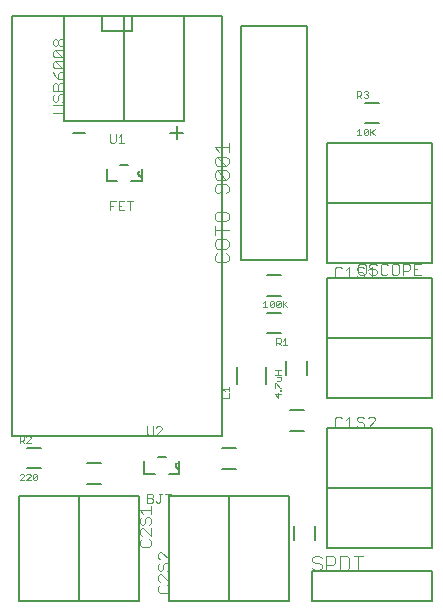
<source format=gto>
G75*
%MOIN*%
%OFA0B0*%
%FSLAX25Y25*%
%IPPOS*%
%LPD*%
%AMOC8*
5,1,8,0,0,1.08239X$1,22.5*
%
%ADD10C,0.00600*%
%ADD11C,0.00500*%
%ADD12C,0.00300*%
%ADD13C,0.00400*%
%ADD14C,0.00200*%
%ADD15C,0.00800*%
D10*
X0033600Y0042500D02*
X0038400Y0042500D01*
X0038400Y0049500D02*
X0033600Y0049500D01*
X0018300Y0047600D02*
X0013700Y0047600D01*
X0013700Y0054400D02*
X0018300Y0054400D01*
X0052600Y0049900D02*
X0052600Y0045700D01*
X0056100Y0045700D01*
X0060900Y0045700D02*
X0064400Y0045700D01*
X0064400Y0047300D01*
X0064400Y0049900D01*
X0063500Y0049299D02*
X0063458Y0049246D01*
X0063419Y0049190D01*
X0063383Y0049132D01*
X0063351Y0049072D01*
X0063322Y0049011D01*
X0063296Y0048948D01*
X0063274Y0048883D01*
X0063255Y0048818D01*
X0063240Y0048751D01*
X0063229Y0048684D01*
X0063222Y0048616D01*
X0063218Y0048548D01*
X0063219Y0048480D01*
X0063223Y0048412D01*
X0063231Y0048344D01*
X0063242Y0048277D01*
X0063258Y0048211D01*
X0063277Y0048145D01*
X0063299Y0048081D01*
X0063325Y0048018D01*
X0063355Y0047957D01*
X0063388Y0047897D01*
X0063425Y0047840D01*
X0063464Y0047784D01*
X0063507Y0047731D01*
X0063552Y0047680D01*
X0063600Y0047632D01*
X0063651Y0047587D01*
X0063704Y0047544D01*
X0063760Y0047505D01*
X0063817Y0047469D01*
X0063877Y0047436D01*
X0063938Y0047406D01*
X0064001Y0047380D01*
X0064066Y0047357D01*
X0064131Y0047338D01*
X0064197Y0047323D01*
X0064265Y0047311D01*
X0064332Y0047304D01*
X0064400Y0047300D01*
X0059900Y0051300D02*
X0057100Y0051300D01*
X0078600Y0054500D02*
X0083400Y0054500D01*
X0083400Y0047500D02*
X0078600Y0047500D01*
X0083600Y0075700D02*
X0083600Y0081300D01*
X0093400Y0081300D02*
X0093400Y0075700D01*
X0100000Y0078600D02*
X0100000Y0083400D01*
X0098300Y0092600D02*
X0093700Y0092600D01*
X0093700Y0099400D02*
X0098300Y0099400D01*
X0098400Y0105000D02*
X0093600Y0105000D01*
X0093600Y0112000D02*
X0098400Y0112000D01*
X0107000Y0083400D02*
X0107000Y0078600D01*
X0105900Y0067000D02*
X0101100Y0067000D01*
X0101100Y0060000D02*
X0105900Y0060000D01*
X0102500Y0028400D02*
X0102500Y0023600D01*
X0109500Y0023600D02*
X0109500Y0028400D01*
X0051900Y0143200D02*
X0048400Y0143200D01*
X0051900Y0143200D02*
X0051900Y0144800D01*
X0051900Y0147400D01*
X0051000Y0146799D02*
X0050958Y0146746D01*
X0050919Y0146690D01*
X0050883Y0146632D01*
X0050851Y0146572D01*
X0050822Y0146511D01*
X0050796Y0146448D01*
X0050774Y0146383D01*
X0050755Y0146318D01*
X0050740Y0146251D01*
X0050729Y0146184D01*
X0050722Y0146116D01*
X0050718Y0146048D01*
X0050719Y0145980D01*
X0050723Y0145912D01*
X0050731Y0145844D01*
X0050742Y0145777D01*
X0050758Y0145711D01*
X0050777Y0145645D01*
X0050799Y0145581D01*
X0050825Y0145518D01*
X0050855Y0145457D01*
X0050888Y0145397D01*
X0050925Y0145340D01*
X0050964Y0145284D01*
X0051007Y0145231D01*
X0051052Y0145180D01*
X0051100Y0145132D01*
X0051151Y0145087D01*
X0051204Y0145044D01*
X0051260Y0145005D01*
X0051317Y0144969D01*
X0051377Y0144936D01*
X0051438Y0144906D01*
X0051501Y0144880D01*
X0051566Y0144857D01*
X0051631Y0144838D01*
X0051697Y0144823D01*
X0051765Y0144811D01*
X0051832Y0144804D01*
X0051900Y0144800D01*
X0047400Y0148800D02*
X0044600Y0148800D01*
X0040100Y0147400D02*
X0040100Y0143200D01*
X0043600Y0143200D01*
X0033070Y0159503D02*
X0028800Y0159503D01*
X0061300Y0159503D02*
X0065570Y0159503D01*
X0063435Y0161638D02*
X0063435Y0157368D01*
X0126200Y0162600D02*
X0130800Y0162600D01*
X0130800Y0169400D02*
X0126200Y0169400D01*
D11*
X0031000Y0003500D02*
X0011000Y0003500D01*
X0011000Y0038500D01*
X0031000Y0038500D01*
X0031000Y0003500D01*
X0051000Y0003500D01*
X0051000Y0038500D01*
X0031000Y0038500D01*
X0061000Y0038500D02*
X0061000Y0003500D01*
X0081000Y0003500D01*
X0081000Y0038500D01*
X0061000Y0038500D01*
X0081000Y0038500D02*
X0101000Y0038500D01*
X0101000Y0003500D01*
X0081000Y0003500D01*
X0108500Y0003500D02*
X0148500Y0003500D01*
X0148500Y0013500D01*
X0108500Y0013500D01*
X0108500Y0003500D01*
X0113500Y0021000D02*
X0148500Y0021000D01*
X0148500Y0041000D01*
X0113500Y0041000D01*
X0113500Y0021000D01*
X0113500Y0041000D02*
X0113500Y0061000D01*
X0148500Y0061000D01*
X0148500Y0041000D01*
X0148500Y0071000D02*
X0148500Y0091000D01*
X0113500Y0091000D01*
X0113500Y0071000D01*
X0148500Y0071000D01*
X0148500Y0091000D02*
X0148500Y0111000D01*
X0113500Y0111000D01*
X0113500Y0091000D01*
X0113500Y0116000D02*
X0113500Y0136000D01*
X0148500Y0136000D01*
X0148500Y0156000D01*
X0113500Y0156000D01*
X0113500Y0136000D01*
X0113500Y0116000D02*
X0148500Y0116000D01*
X0148500Y0136000D01*
X0107000Y0117000D02*
X0107000Y0195000D01*
X0085000Y0195000D01*
X0085000Y0117000D01*
X0107000Y0117000D01*
X0066000Y0163500D02*
X0066000Y0198500D01*
X0046000Y0198500D01*
X0046000Y0163500D01*
X0066000Y0163500D01*
X0046000Y0163500D02*
X0026000Y0163500D01*
X0026000Y0198500D01*
X0046000Y0198500D01*
D12*
X0025850Y0190100D02*
X0025850Y0188866D01*
X0025233Y0188249D01*
X0024616Y0188249D01*
X0023998Y0188866D01*
X0023998Y0190100D01*
X0024616Y0190718D01*
X0025233Y0190718D01*
X0025850Y0190100D01*
X0023998Y0190100D02*
X0023381Y0190718D01*
X0022764Y0190718D01*
X0022147Y0190100D01*
X0022147Y0188866D01*
X0022764Y0188249D01*
X0023381Y0188249D01*
X0023998Y0188866D01*
X0022764Y0187034D02*
X0022147Y0186417D01*
X0022147Y0185183D01*
X0022764Y0184566D01*
X0025233Y0184566D01*
X0022764Y0187034D01*
X0025233Y0187034D01*
X0025850Y0186417D01*
X0025850Y0185183D01*
X0025233Y0184566D01*
X0025233Y0183351D02*
X0022764Y0183351D01*
X0025233Y0180883D01*
X0025850Y0181500D01*
X0025850Y0182734D01*
X0025233Y0183351D01*
X0025233Y0180883D02*
X0022764Y0180883D01*
X0022147Y0181500D01*
X0022147Y0182734D01*
X0022764Y0183351D01*
X0022147Y0179668D02*
X0022764Y0178434D01*
X0023998Y0177199D01*
X0023998Y0179051D01*
X0024616Y0179668D01*
X0025233Y0179668D01*
X0025850Y0179051D01*
X0025850Y0177817D01*
X0025233Y0177199D01*
X0023998Y0177199D01*
X0023381Y0175985D02*
X0023998Y0175368D01*
X0023998Y0173516D01*
X0024616Y0172302D02*
X0023998Y0171685D01*
X0023998Y0170450D01*
X0023381Y0169833D01*
X0022764Y0169833D01*
X0022147Y0170450D01*
X0022147Y0171685D01*
X0022764Y0172302D01*
X0022147Y0173516D02*
X0022147Y0175368D01*
X0022764Y0175985D01*
X0023381Y0175985D01*
X0023998Y0175368D02*
X0024616Y0175985D01*
X0025233Y0175985D01*
X0025850Y0175368D01*
X0025850Y0173516D01*
X0022147Y0173516D01*
X0024616Y0172302D02*
X0025233Y0172302D01*
X0025850Y0171685D01*
X0025850Y0170450D01*
X0025233Y0169833D01*
X0025233Y0168619D02*
X0022147Y0168619D01*
X0022147Y0166150D02*
X0025233Y0166150D01*
X0025850Y0166767D01*
X0025850Y0168002D01*
X0025233Y0168619D01*
X0041150Y0159052D02*
X0041150Y0156634D01*
X0041634Y0156150D01*
X0042601Y0156150D01*
X0043085Y0156634D01*
X0043085Y0159052D01*
X0044097Y0158085D02*
X0045064Y0159052D01*
X0045064Y0156150D01*
X0044097Y0156150D02*
X0046031Y0156150D01*
X0046031Y0136552D02*
X0044097Y0136552D01*
X0044097Y0133650D01*
X0046031Y0133650D01*
X0045064Y0135101D02*
X0044097Y0135101D01*
X0043085Y0136552D02*
X0041150Y0136552D01*
X0041150Y0133650D01*
X0041150Y0135101D02*
X0042117Y0135101D01*
X0047043Y0136552D02*
X0048978Y0136552D01*
X0048011Y0136552D02*
X0048011Y0133650D01*
X0053650Y0061552D02*
X0053650Y0059134D01*
X0054134Y0058650D01*
X0055101Y0058650D01*
X0055585Y0059134D01*
X0055585Y0061552D01*
X0056597Y0061069D02*
X0057080Y0061552D01*
X0058048Y0061552D01*
X0058531Y0061069D01*
X0058531Y0060585D01*
X0056597Y0058650D01*
X0058531Y0058650D01*
X0058531Y0039052D02*
X0057564Y0039052D01*
X0058048Y0039052D02*
X0058048Y0036634D01*
X0057564Y0036150D01*
X0057080Y0036150D01*
X0056597Y0036634D01*
X0055585Y0036634D02*
X0055101Y0036150D01*
X0053650Y0036150D01*
X0053650Y0039052D01*
X0055101Y0039052D01*
X0055585Y0038569D01*
X0055585Y0038085D01*
X0055101Y0037601D01*
X0053650Y0037601D01*
X0055101Y0037601D02*
X0055585Y0037117D01*
X0055585Y0036634D01*
X0054850Y0034936D02*
X0054850Y0032467D01*
X0054850Y0033701D02*
X0051147Y0033701D01*
X0052381Y0032467D01*
X0051764Y0031252D02*
X0051147Y0030635D01*
X0051147Y0029401D01*
X0051764Y0028784D01*
X0052381Y0028784D01*
X0052998Y0029401D01*
X0052998Y0030635D01*
X0053616Y0031252D01*
X0054233Y0031252D01*
X0054850Y0030635D01*
X0054850Y0029401D01*
X0054233Y0028784D01*
X0054850Y0027569D02*
X0054850Y0025101D01*
X0052381Y0027569D01*
X0051764Y0027569D01*
X0051147Y0026952D01*
X0051147Y0025718D01*
X0051764Y0025101D01*
X0051764Y0023886D02*
X0051147Y0023269D01*
X0051147Y0022035D01*
X0051764Y0021417D01*
X0054233Y0021417D01*
X0054850Y0022035D01*
X0054850Y0023269D01*
X0054233Y0023886D01*
X0057764Y0019668D02*
X0057147Y0019051D01*
X0057147Y0017817D01*
X0057764Y0017199D01*
X0057764Y0015985D02*
X0057147Y0015368D01*
X0057147Y0014133D01*
X0057764Y0013516D01*
X0058381Y0013516D01*
X0058998Y0014133D01*
X0058998Y0015368D01*
X0059616Y0015985D01*
X0060233Y0015985D01*
X0060850Y0015368D01*
X0060850Y0014133D01*
X0060233Y0013516D01*
X0060850Y0012302D02*
X0060850Y0009833D01*
X0058381Y0012302D01*
X0057764Y0012302D01*
X0057147Y0011685D01*
X0057147Y0010450D01*
X0057764Y0009833D01*
X0057764Y0008619D02*
X0057147Y0008002D01*
X0057147Y0006767D01*
X0057764Y0006150D01*
X0060233Y0006150D01*
X0060850Y0006767D01*
X0060850Y0008002D01*
X0060233Y0008619D01*
X0060850Y0017199D02*
X0058381Y0019668D01*
X0057764Y0019668D01*
X0060850Y0019668D02*
X0060850Y0017199D01*
X0060511Y0036150D02*
X0060511Y0039052D01*
X0061478Y0039052D02*
X0059543Y0039052D01*
X0116150Y0061767D02*
X0116767Y0061150D01*
X0118002Y0061150D01*
X0118619Y0061767D01*
X0119833Y0061150D02*
X0122302Y0061150D01*
X0121068Y0061150D02*
X0121068Y0064853D01*
X0119833Y0063619D01*
X0118619Y0064236D02*
X0118002Y0064853D01*
X0116767Y0064853D01*
X0116150Y0064236D01*
X0116150Y0061767D01*
X0123516Y0061767D02*
X0124133Y0061150D01*
X0125368Y0061150D01*
X0125985Y0061767D01*
X0125985Y0062384D01*
X0125368Y0063002D01*
X0124133Y0063002D01*
X0123516Y0063619D01*
X0123516Y0064236D01*
X0124133Y0064853D01*
X0125368Y0064853D01*
X0125985Y0064236D01*
X0127199Y0064236D02*
X0127817Y0064853D01*
X0129051Y0064853D01*
X0129668Y0064236D01*
X0129668Y0063619D01*
X0127199Y0061150D01*
X0129668Y0061150D01*
X0129668Y0111150D02*
X0127199Y0111150D01*
X0128434Y0111150D02*
X0128434Y0114853D01*
X0127199Y0113619D01*
X0127734Y0112767D02*
X0128351Y0112150D01*
X0129586Y0112150D01*
X0130203Y0112767D01*
X0130203Y0113384D01*
X0129586Y0114002D01*
X0128351Y0114002D01*
X0127734Y0114619D01*
X0127734Y0115236D01*
X0128351Y0115853D01*
X0129586Y0115853D01*
X0130203Y0115236D01*
X0131417Y0115236D02*
X0131417Y0112767D01*
X0132035Y0112150D01*
X0133269Y0112150D01*
X0133886Y0112767D01*
X0135101Y0112767D02*
X0135718Y0112150D01*
X0136952Y0112150D01*
X0137569Y0112767D01*
X0137569Y0115236D01*
X0136952Y0115853D01*
X0135718Y0115853D01*
X0135101Y0115236D01*
X0135101Y0112767D01*
X0133886Y0115236D02*
X0133269Y0115853D01*
X0132035Y0115853D01*
X0131417Y0115236D01*
X0126520Y0115236D02*
X0126520Y0112767D01*
X0125903Y0112150D01*
X0124668Y0112150D01*
X0124051Y0112767D01*
X0124051Y0115236D01*
X0124668Y0115853D01*
X0125903Y0115853D01*
X0126520Y0115236D01*
X0125985Y0114236D02*
X0125368Y0114853D01*
X0124133Y0114853D01*
X0123516Y0114236D01*
X0123516Y0113619D01*
X0124133Y0113002D01*
X0125368Y0113002D01*
X0125985Y0112384D01*
X0125985Y0111767D01*
X0125368Y0111150D01*
X0124133Y0111150D01*
X0123516Y0111767D01*
X0122302Y0111150D02*
X0119833Y0111150D01*
X0121068Y0111150D02*
X0121068Y0114853D01*
X0119833Y0113619D01*
X0118619Y0114236D02*
X0118002Y0114853D01*
X0116767Y0114853D01*
X0116150Y0114236D01*
X0116150Y0111767D01*
X0116767Y0111150D01*
X0118002Y0111150D01*
X0118619Y0111767D01*
X0138784Y0112150D02*
X0138784Y0115853D01*
X0140635Y0115853D01*
X0141252Y0115236D01*
X0141252Y0114002D01*
X0140635Y0113384D01*
X0138784Y0113384D01*
X0142467Y0114002D02*
X0143701Y0114002D01*
X0142467Y0115853D02*
X0142467Y0112150D01*
X0144936Y0112150D01*
X0144936Y0115853D02*
X0142467Y0115853D01*
D13*
X0080800Y0116967D02*
X0080800Y0118502D01*
X0080033Y0119269D01*
X0080033Y0120804D02*
X0080800Y0121571D01*
X0080800Y0123106D01*
X0080033Y0123873D01*
X0076963Y0123873D01*
X0076196Y0123106D01*
X0076196Y0121571D01*
X0076963Y0120804D01*
X0080033Y0120804D01*
X0076963Y0119269D02*
X0076196Y0118502D01*
X0076196Y0116967D01*
X0076963Y0116200D01*
X0080033Y0116200D01*
X0080800Y0116967D01*
X0076196Y0125408D02*
X0076196Y0128477D01*
X0076196Y0126942D02*
X0080800Y0126942D01*
X0080033Y0130012D02*
X0076963Y0130012D01*
X0076196Y0130779D01*
X0076196Y0132314D01*
X0076963Y0133081D01*
X0080033Y0133081D01*
X0080800Y0132314D01*
X0080800Y0130779D01*
X0080033Y0130012D01*
X0080033Y0139220D02*
X0080800Y0139987D01*
X0080800Y0141522D01*
X0080033Y0142289D01*
X0076963Y0142289D01*
X0076196Y0141522D01*
X0076196Y0139987D01*
X0076963Y0139220D01*
X0077731Y0139220D01*
X0078498Y0139987D01*
X0078498Y0142289D01*
X0076963Y0143824D02*
X0076196Y0144591D01*
X0076196Y0146126D01*
X0076963Y0146893D01*
X0080033Y0143824D01*
X0080800Y0144591D01*
X0080800Y0146126D01*
X0080033Y0146893D01*
X0076963Y0146893D01*
X0076963Y0148427D02*
X0076196Y0149195D01*
X0076196Y0150729D01*
X0076963Y0151497D01*
X0080033Y0148427D01*
X0080800Y0149195D01*
X0080800Y0150729D01*
X0080033Y0151497D01*
X0076963Y0151497D01*
X0077731Y0153031D02*
X0076196Y0154566D01*
X0080800Y0154566D01*
X0080800Y0153031D02*
X0080800Y0156101D01*
X0080033Y0148427D02*
X0076963Y0148427D01*
X0076963Y0143824D02*
X0080033Y0143824D01*
X0109467Y0018304D02*
X0108700Y0017537D01*
X0108700Y0016769D01*
X0109467Y0016002D01*
X0111002Y0016002D01*
X0111769Y0015235D01*
X0111769Y0014467D01*
X0111002Y0013700D01*
X0109467Y0013700D01*
X0108700Y0014467D01*
X0109467Y0018304D02*
X0111002Y0018304D01*
X0111769Y0017537D01*
X0113304Y0018304D02*
X0115606Y0018304D01*
X0116373Y0017537D01*
X0116373Y0016002D01*
X0115606Y0015235D01*
X0113304Y0015235D01*
X0113304Y0013700D02*
X0113304Y0018304D01*
X0117908Y0018304D02*
X0117908Y0013700D01*
X0120210Y0013700D01*
X0120977Y0014467D01*
X0120977Y0017537D01*
X0120210Y0018304D01*
X0117908Y0018304D01*
X0122512Y0018304D02*
X0125581Y0018304D01*
X0124046Y0018304D02*
X0124046Y0013700D01*
D14*
X0097299Y0071100D02*
X0096198Y0072201D01*
X0098400Y0072201D01*
X0098400Y0073310D02*
X0098400Y0073677D01*
X0098033Y0073677D01*
X0098033Y0073310D01*
X0098400Y0073310D01*
X0098400Y0074415D02*
X0098033Y0074415D01*
X0096565Y0075883D01*
X0096198Y0075883D01*
X0096198Y0074415D01*
X0097299Y0072568D02*
X0097299Y0071100D01*
X0096932Y0076625D02*
X0098033Y0076625D01*
X0098400Y0076992D01*
X0098400Y0078093D01*
X0096932Y0078093D01*
X0097299Y0078835D02*
X0097299Y0080302D01*
X0096198Y0080302D02*
X0098400Y0080302D01*
X0098400Y0078835D02*
X0096198Y0078835D01*
X0096680Y0088700D02*
X0096680Y0090902D01*
X0097781Y0090902D01*
X0098148Y0090535D01*
X0098148Y0089801D01*
X0097781Y0089434D01*
X0096680Y0089434D01*
X0097414Y0089434D02*
X0098148Y0088700D01*
X0098890Y0088700D02*
X0100358Y0088700D01*
X0099624Y0088700D02*
X0099624Y0090902D01*
X0098890Y0090168D01*
X0098890Y0101200D02*
X0098890Y0103402D01*
X0098148Y0103035D02*
X0096680Y0101567D01*
X0097047Y0101200D01*
X0097781Y0101200D01*
X0098148Y0101567D01*
X0098148Y0103035D01*
X0097781Y0103402D01*
X0097047Y0103402D01*
X0096680Y0103035D01*
X0096680Y0101567D01*
X0095938Y0101567D02*
X0095938Y0103035D01*
X0094470Y0101567D01*
X0094837Y0101200D01*
X0095571Y0101200D01*
X0095938Y0101567D01*
X0094470Y0101567D02*
X0094470Y0103035D01*
X0094837Y0103402D01*
X0095571Y0103402D01*
X0095938Y0103035D01*
X0093728Y0101200D02*
X0092260Y0101200D01*
X0092994Y0101200D02*
X0092994Y0103402D01*
X0092260Y0102668D01*
X0098890Y0101934D02*
X0100358Y0103402D01*
X0099257Y0102301D02*
X0100358Y0101200D01*
X0080900Y0074778D02*
X0080900Y0073310D01*
X0080900Y0074044D02*
X0078698Y0074044D01*
X0079432Y0073310D01*
X0080900Y0072568D02*
X0080900Y0071100D01*
X0078698Y0071100D01*
X0016988Y0045435D02*
X0016988Y0043967D01*
X0016621Y0043600D01*
X0015887Y0043600D01*
X0015520Y0043967D01*
X0016988Y0045435D01*
X0016621Y0045802D01*
X0015887Y0045802D01*
X0015520Y0045435D01*
X0015520Y0043967D01*
X0014778Y0043600D02*
X0013310Y0043600D01*
X0014778Y0045068D01*
X0014778Y0045435D01*
X0014411Y0045802D01*
X0013677Y0045802D01*
X0013310Y0045435D01*
X0012568Y0045435D02*
X0012201Y0045802D01*
X0011467Y0045802D01*
X0011100Y0045435D01*
X0012568Y0045435D02*
X0012568Y0045068D01*
X0011100Y0043600D01*
X0012568Y0043600D01*
X0012568Y0056100D02*
X0011834Y0056834D01*
X0012201Y0056834D02*
X0011100Y0056834D01*
X0011100Y0056100D02*
X0011100Y0058302D01*
X0012201Y0058302D01*
X0012568Y0057935D01*
X0012568Y0057201D01*
X0012201Y0056834D01*
X0013310Y0056100D02*
X0014778Y0057568D01*
X0014778Y0057935D01*
X0014411Y0058302D01*
X0013677Y0058302D01*
X0013310Y0057935D01*
X0013310Y0056100D02*
X0014778Y0056100D01*
X0123600Y0158600D02*
X0125068Y0158600D01*
X0124334Y0158600D02*
X0124334Y0160802D01*
X0123600Y0160068D01*
X0125810Y0160435D02*
X0125810Y0158967D01*
X0127278Y0160435D01*
X0127278Y0158967D01*
X0126911Y0158600D01*
X0126177Y0158600D01*
X0125810Y0158967D01*
X0125810Y0160435D02*
X0126177Y0160802D01*
X0126911Y0160802D01*
X0127278Y0160435D01*
X0128020Y0160802D02*
X0128020Y0158600D01*
X0128020Y0159334D02*
X0129488Y0160802D01*
X0128387Y0159701D02*
X0129488Y0158600D01*
X0126911Y0171100D02*
X0126177Y0171100D01*
X0125810Y0171467D01*
X0125068Y0171100D02*
X0124334Y0171834D01*
X0124701Y0171834D02*
X0123600Y0171834D01*
X0123600Y0171100D02*
X0123600Y0173302D01*
X0124701Y0173302D01*
X0125068Y0172935D01*
X0125068Y0172201D01*
X0124701Y0171834D01*
X0125810Y0172935D02*
X0126177Y0173302D01*
X0126911Y0173302D01*
X0127278Y0172935D01*
X0127278Y0172568D01*
X0126911Y0172201D01*
X0127278Y0171834D01*
X0127278Y0171467D01*
X0126911Y0171100D01*
X0126911Y0172201D02*
X0126544Y0172201D01*
D15*
X0078500Y0198500D02*
X0078500Y0058500D01*
X0008500Y0058500D01*
X0008500Y0198500D01*
X0038500Y0198500D01*
X0038500Y0193500D01*
X0048500Y0193500D01*
X0048500Y0198500D01*
X0078500Y0198500D01*
M02*

</source>
